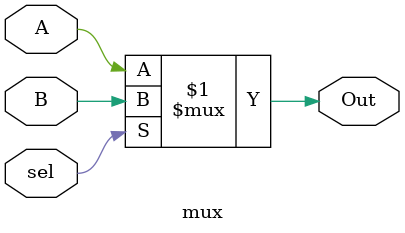
<source format=v>
module mux(sel, A, B, Out);
parameter N = 1;
input sel;
input [N-1:0] A, B;
output [N-1:0] Out;

assign Out = sel ? B : A;
endmodule
</source>
